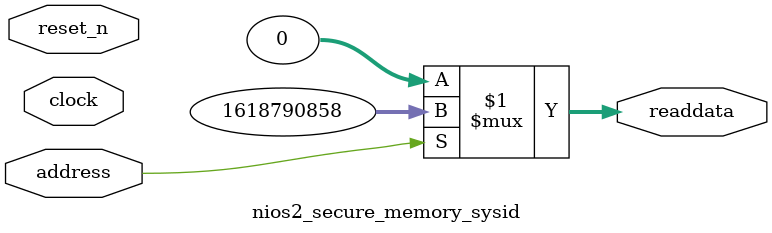
<source format=v>



// synthesis translate_off
`timescale 1ns / 1ps
// synthesis translate_on

// turn off superfluous verilog processor warnings 
// altera message_level Level1 
// altera message_off 10034 10035 10036 10037 10230 10240 10030 

module nios2_secure_memory_sysid (
               // inputs:
                address,
                clock,
                reset_n,

               // outputs:
                readdata
             )
;

  output  [ 31: 0] readdata;
  input            address;
  input            clock;
  input            reset_n;

  wire    [ 31: 0] readdata;
  //control_slave, which is an e_avalon_slave
  assign readdata = address ? 1618790858 : 0;

endmodule



</source>
